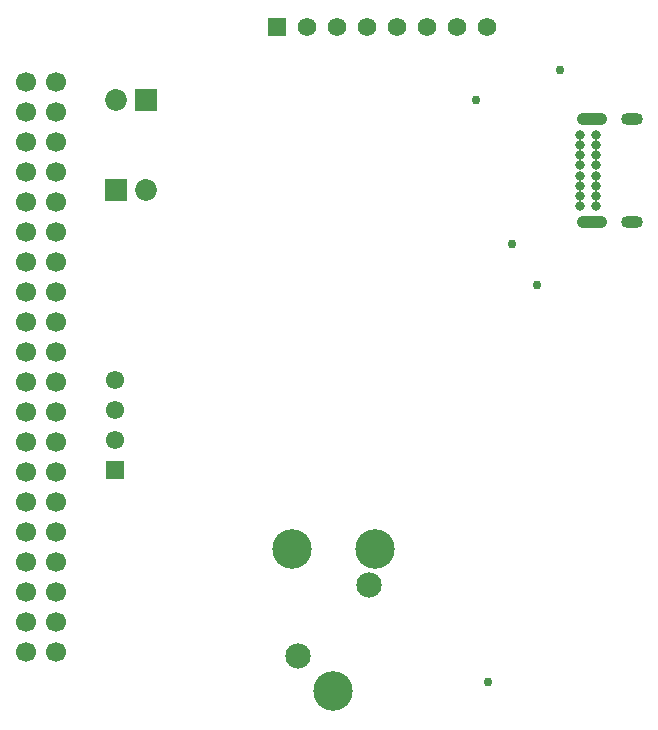
<source format=gbs>
G04*
G04 #@! TF.GenerationSoftware,Altium Limited,Altium Designer,20.2.6 (244)*
G04*
G04 Layer_Color=16711935*
%FSLAX25Y25*%
%MOIN*%
G70*
G04*
G04 #@! TF.SameCoordinates,54722894-AE61-4C59-B5F0-4C27AF3D34EB*
G04*
G04*
G04 #@! TF.FilePolarity,Negative*
G04*
G01*
G75*
%ADD34C,0.03150*%
%ADD35O,0.10039X0.04134*%
%ADD36O,0.07284X0.04134*%
%ADD37R,0.07284X0.07284*%
%ADD38C,0.07284*%
%ADD39C,0.00591*%
%ADD40C,0.06102*%
%ADD41R,0.06102X0.06102*%
%ADD42C,0.06181*%
%ADD43R,0.06181X0.06181*%
%ADD44C,0.13189*%
%ADD45C,0.08465*%
%ADD46C,0.06693*%
%ADD47C,0.02953*%
D34*
X626536Y234646D02*
D03*
Y237993D02*
D03*
Y241339D02*
D03*
Y244686D02*
D03*
Y248032D02*
D03*
Y251379D02*
D03*
Y254725D02*
D03*
Y258072D02*
D03*
X631850D02*
D03*
Y254725D02*
D03*
Y251379D02*
D03*
Y248032D02*
D03*
Y244686D02*
D03*
Y241339D02*
D03*
Y237993D02*
D03*
Y234646D02*
D03*
D35*
X630394Y229331D02*
D03*
Y263387D02*
D03*
D36*
X643701D02*
D03*
Y229331D02*
D03*
D37*
X482000Y270000D02*
D03*
X472000Y240000D02*
D03*
D38*
Y270000D02*
D03*
X482000Y240000D02*
D03*
D39*
X542323Y236221D02*
D03*
X510827Y267717D02*
D03*
X573819D02*
D03*
X510827Y204724D02*
D03*
X573819D02*
D03*
X640748Y294291D02*
D03*
Y65945D02*
D03*
X447835D02*
D03*
Y294291D02*
D03*
D40*
X471457Y166654D02*
D03*
Y156653D02*
D03*
Y176654D02*
D03*
D41*
Y146653D02*
D03*
D42*
X595630Y294291D02*
D03*
X585630D02*
D03*
X575630D02*
D03*
X565630D02*
D03*
X555630D02*
D03*
X545630D02*
D03*
X535630D02*
D03*
D43*
X525630D02*
D03*
D44*
X558071Y120079D02*
D03*
X530512D02*
D03*
X544291Y72835D02*
D03*
D45*
X556102Y108268D02*
D03*
X532480Y84646D02*
D03*
D46*
X441772Y275866D02*
D03*
Y265866D02*
D03*
Y255866D02*
D03*
Y245866D02*
D03*
Y235866D02*
D03*
Y225866D02*
D03*
Y215866D02*
D03*
Y205866D02*
D03*
Y195866D02*
D03*
Y185866D02*
D03*
Y175866D02*
D03*
Y165866D02*
D03*
Y155866D02*
D03*
Y145866D02*
D03*
Y135866D02*
D03*
Y125866D02*
D03*
Y115866D02*
D03*
Y105866D02*
D03*
Y95866D02*
D03*
Y85866D02*
D03*
X451772Y275866D02*
D03*
Y265866D02*
D03*
Y255866D02*
D03*
Y245866D02*
D03*
Y235866D02*
D03*
Y225866D02*
D03*
Y215866D02*
D03*
Y205866D02*
D03*
Y195866D02*
D03*
Y185866D02*
D03*
Y175866D02*
D03*
Y165866D02*
D03*
Y155866D02*
D03*
Y145866D02*
D03*
Y135866D02*
D03*
Y125866D02*
D03*
Y115866D02*
D03*
Y105866D02*
D03*
Y95866D02*
D03*
Y85866D02*
D03*
D47*
X596000Y76000D02*
D03*
X612261Y208261D02*
D03*
X604000Y222000D02*
D03*
X592000Y270000D02*
D03*
X620000Y280000D02*
D03*
M02*

</source>
